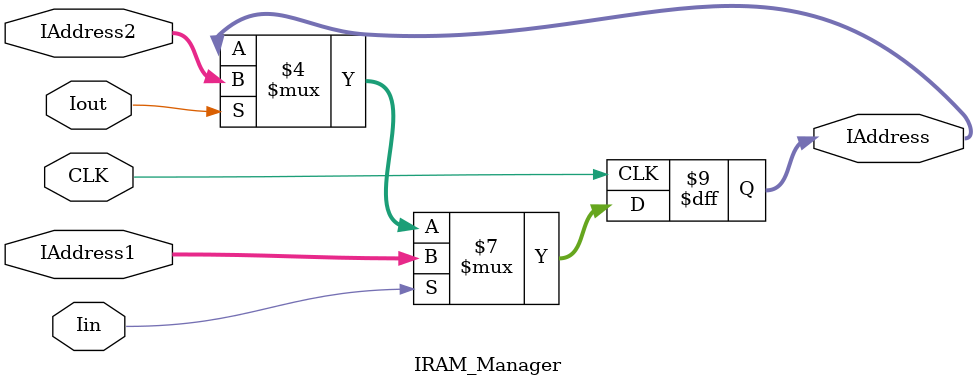
<source format=v>
module IRAM_Manager(
	input [7:0] IAddress1,IAddress2,
	input Iin,Iout,
	output reg[7:0] IAddress,
	input CLK
	);
	
	always @(posedge CLK)
	begin
	if (Iin==1)
		IAddress<=IAddress1;
	else if(Iout==1)
		IAddress<=IAddress2;
	end
	
endmodule

	
</source>
